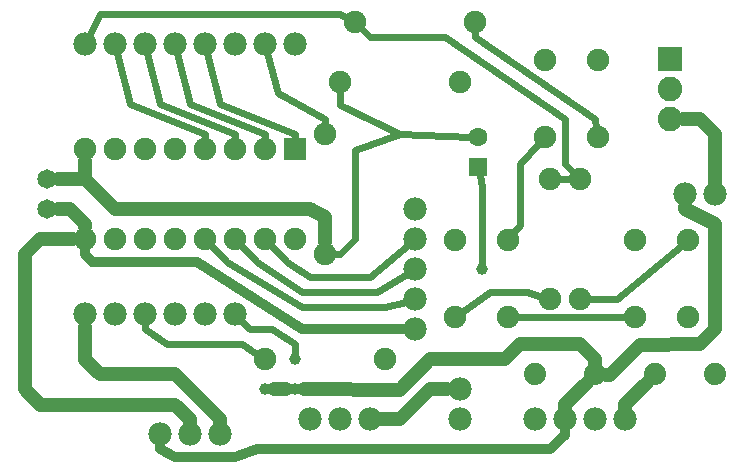
<source format=gtl>
G04 MADE WITH FRITZING*
G04 WWW.FRITZING.ORG*
G04 DOUBLE SIDED*
G04 HOLES PLATED*
G04 CONTOUR ON CENTER OF CONTOUR VECTOR*
%ASAXBY*%
%FSLAX23Y23*%
%MOIN*%
%OFA0B0*%
%SFA1.0B1.0*%
%ADD10C,0.039370*%
%ADD11C,0.082000*%
%ADD12C,0.062992*%
%ADD13C,0.075000*%
%ADD14C,0.078000*%
%ADD15C,0.074000*%
%ADD16C,0.065000*%
%ADD17R,0.082000X0.082000*%
%ADD18R,0.062992X0.062992*%
%ADD19R,0.075000X0.075000*%
%ADD20C,0.032000*%
%ADD21C,0.024000*%
%ADD22C,0.048000*%
%LNCOPPER1*%
G90*
G70*
G54D10*
X961Y361D03*
X1586Y661D03*
X861Y261D03*
X961Y261D03*
G54D11*
X2211Y1361D03*
X2211Y1261D03*
X2211Y1161D03*
G54D12*
X1571Y1003D03*
X1571Y1101D03*
X1571Y1003D03*
X1571Y1101D03*
G54D13*
X1971Y1103D03*
X1971Y1359D03*
X1794Y1103D03*
X1794Y1359D03*
X1971Y1103D03*
X1971Y1359D03*
X1794Y1103D03*
X1794Y1359D03*
X2271Y503D03*
X2271Y759D03*
X2094Y503D03*
X2094Y759D03*
X2271Y503D03*
X2271Y759D03*
X2094Y503D03*
X2094Y759D03*
X1671Y503D03*
X1671Y759D03*
X1494Y503D03*
X1494Y759D03*
X1671Y503D03*
X1671Y759D03*
X1494Y503D03*
X1494Y759D03*
X1161Y1486D03*
X1561Y1486D03*
X1811Y561D03*
X1811Y961D03*
X1911Y561D03*
X1911Y961D03*
X861Y361D03*
X1261Y361D03*
X1111Y1286D03*
X1511Y1286D03*
G54D14*
X1511Y161D03*
X1511Y261D03*
G54D13*
X1061Y711D03*
X1061Y1111D03*
G54D14*
X2261Y911D03*
X2361Y911D03*
X961Y1411D03*
X861Y1411D03*
X761Y1411D03*
X661Y1411D03*
X561Y1411D03*
X461Y1411D03*
X361Y1411D03*
X261Y1411D03*
X761Y511D03*
X661Y511D03*
X561Y511D03*
X461Y511D03*
X361Y511D03*
X261Y511D03*
G54D13*
X961Y1061D03*
X961Y761D03*
X861Y1061D03*
X861Y761D03*
X761Y1061D03*
X761Y761D03*
X661Y1061D03*
X661Y761D03*
X561Y1061D03*
X561Y761D03*
X461Y1061D03*
X461Y761D03*
X361Y1061D03*
X361Y761D03*
X261Y1061D03*
X261Y761D03*
G54D14*
X1761Y161D03*
X1861Y161D03*
X1961Y161D03*
X2061Y161D03*
X711Y111D03*
X611Y111D03*
X511Y111D03*
X1211Y161D03*
X1111Y161D03*
X1011Y161D03*
G54D15*
X2361Y311D03*
X2161Y311D03*
X2361Y311D03*
X2161Y311D03*
X1961Y311D03*
X1761Y311D03*
X1961Y311D03*
X1761Y311D03*
G54D14*
X1361Y861D03*
X1361Y761D03*
X1361Y661D03*
X1361Y561D03*
X1361Y461D03*
G54D16*
X136Y961D03*
X136Y861D03*
X136Y961D03*
X136Y861D03*
G54D17*
X2211Y1361D03*
G54D18*
X1571Y1003D03*
X1571Y1003D03*
G54D19*
X961Y1061D03*
G54D20*
X1860Y110D02*
X1810Y61D01*
D02*
X1810Y61D02*
X835Y61D01*
D02*
X511Y61D02*
X511Y75D01*
D02*
X835Y61D02*
X760Y36D01*
D02*
X760Y36D02*
X561Y36D01*
D02*
X561Y36D02*
X511Y61D01*
D02*
X1860Y125D02*
X1860Y110D01*
D02*
X985Y461D02*
X635Y686D01*
D02*
X635Y686D02*
X285Y686D01*
D02*
X285Y686D02*
X260Y711D01*
D02*
X260Y711D02*
X260Y727D01*
D02*
X1325Y461D02*
X985Y461D01*
G54D21*
D02*
X961Y411D02*
X886Y461D01*
D02*
X886Y461D02*
X811Y461D01*
D02*
X811Y461D02*
X782Y490D01*
D02*
X961Y380D02*
X961Y411D01*
D02*
X535Y411D02*
X461Y462D01*
D02*
X461Y462D02*
X461Y481D01*
D02*
X785Y411D02*
X535Y411D01*
D02*
X837Y377D02*
X785Y411D01*
D02*
X1160Y761D02*
X1110Y711D01*
D02*
X1110Y711D02*
X1089Y711D01*
D02*
X1160Y1060D02*
X1160Y761D01*
D02*
X1310Y1111D02*
X1160Y1060D01*
D02*
X1111Y1210D02*
X1310Y1111D01*
D02*
X1111Y1257D02*
X1111Y1210D01*
D02*
X1310Y1111D02*
X1111Y1210D01*
D02*
X1111Y1210D02*
X1111Y1257D01*
D02*
X1544Y1102D02*
X1310Y1111D01*
D02*
X1111Y1511D02*
X311Y1511D01*
D02*
X311Y1511D02*
X274Y1438D01*
D02*
X1135Y1499D02*
X1111Y1511D01*
D02*
X1260Y536D02*
X986Y536D01*
D02*
X735Y686D02*
X681Y741D01*
D02*
X986Y536D02*
X735Y686D01*
D02*
X1331Y554D02*
X1260Y536D01*
D02*
X1236Y586D02*
X986Y586D01*
D02*
X835Y686D02*
X781Y741D01*
D02*
X986Y586D02*
X835Y686D01*
D02*
X1335Y645D02*
X1236Y586D01*
D02*
X1210Y636D02*
X1010Y636D01*
D02*
X935Y686D02*
X881Y741D01*
D02*
X1010Y636D02*
X935Y686D01*
D02*
X1337Y742D02*
X1210Y636D01*
D02*
X1561Y1436D02*
X1561Y1457D01*
D02*
X1960Y1162D02*
X1561Y1436D01*
D02*
X1966Y1131D02*
X1960Y1162D01*
D02*
X1586Y936D02*
X1577Y976D01*
D02*
X1586Y680D02*
X1586Y936D01*
G54D22*
D02*
X931Y261D02*
X891Y261D01*
D02*
X1861Y211D02*
X1934Y284D01*
D02*
X1861Y202D02*
X1861Y211D01*
D02*
X1411Y362D02*
X1660Y362D01*
D02*
X1311Y260D02*
X1411Y362D01*
D02*
X1660Y362D02*
X1711Y411D01*
D02*
X1711Y411D02*
X1910Y411D01*
D02*
X1910Y411D02*
X1961Y362D01*
D02*
X1961Y362D02*
X1961Y349D01*
D02*
X991Y261D02*
X1311Y260D01*
G54D21*
D02*
X960Y1111D02*
X711Y1211D01*
D02*
X711Y1211D02*
X668Y1382D01*
D02*
X960Y1089D02*
X960Y1111D01*
D02*
X861Y1111D02*
X610Y1211D01*
D02*
X610Y1211D02*
X568Y1382D01*
D02*
X861Y1089D02*
X861Y1111D01*
D02*
X511Y1212D02*
X468Y1382D01*
D02*
X761Y1111D02*
X511Y1212D01*
D02*
X761Y1089D02*
X761Y1111D01*
D02*
X411Y1212D02*
X368Y1382D01*
D02*
X660Y1111D02*
X411Y1212D01*
D02*
X660Y1089D02*
X660Y1111D01*
D02*
X906Y1249D02*
X869Y1382D01*
D02*
X1061Y1161D02*
X906Y1249D01*
D02*
X1061Y1139D02*
X1061Y1161D01*
G54D22*
D02*
X1060Y836D02*
X1060Y751D01*
D02*
X1010Y861D02*
X1060Y836D01*
D02*
X360Y861D02*
X1010Y861D01*
D02*
X260Y961D02*
X360Y861D01*
D02*
X260Y1021D02*
X260Y961D01*
D02*
X2310Y1161D02*
X2361Y1111D01*
D02*
X2361Y1111D02*
X2361Y952D01*
D02*
X2254Y1161D02*
X2310Y1161D01*
D02*
X2110Y410D02*
X2310Y411D01*
D02*
X2011Y310D02*
X2110Y410D01*
D02*
X1999Y310D02*
X2011Y310D01*
D02*
X2310Y411D02*
X2361Y461D01*
D02*
X2361Y461D02*
X2361Y811D01*
D02*
X2361Y811D02*
X2261Y861D01*
D02*
X2261Y861D02*
X2261Y870D01*
D02*
X1311Y161D02*
X1252Y161D01*
D02*
X1412Y262D02*
X1311Y161D01*
D02*
X1469Y261D02*
X1412Y262D01*
D02*
X2060Y211D02*
X2060Y202D01*
D02*
X2134Y284D02*
X2060Y211D01*
D02*
X111Y210D02*
X560Y210D01*
D02*
X560Y210D02*
X610Y162D01*
D02*
X610Y162D02*
X610Y152D01*
D02*
X61Y261D02*
X111Y210D01*
D02*
X61Y711D02*
X61Y261D01*
D02*
X111Y761D02*
X61Y711D01*
D02*
X221Y761D02*
X111Y761D01*
D02*
X311Y311D02*
X261Y360D01*
D02*
X561Y311D02*
X311Y311D01*
D02*
X711Y162D02*
X561Y311D01*
D02*
X261Y360D02*
X261Y470D01*
D02*
X711Y152D02*
X711Y162D01*
G54D21*
D02*
X2065Y503D02*
X1699Y503D01*
D02*
X1710Y810D02*
X1710Y1011D01*
D02*
X1710Y1011D02*
X1774Y1081D01*
D02*
X1688Y781D02*
X1710Y810D01*
D02*
X2035Y561D02*
X1939Y561D01*
D02*
X2249Y740D02*
X2035Y561D01*
D02*
X1736Y586D02*
X1784Y570D01*
D02*
X1610Y586D02*
X1736Y586D01*
D02*
X1517Y519D02*
X1610Y586D01*
D02*
X1882Y961D02*
X1839Y961D01*
D02*
X1461Y1436D02*
X1211Y1436D01*
D02*
X1860Y1161D02*
X1461Y1436D01*
D02*
X1211Y1436D02*
X1181Y1466D01*
D02*
X1860Y1011D02*
X1860Y1161D01*
D02*
X1890Y981D02*
X1860Y1011D01*
G54D22*
D02*
X261Y962D02*
X172Y961D01*
D02*
X261Y1021D02*
X261Y962D01*
D02*
X260Y811D02*
X210Y861D01*
D02*
X210Y861D02*
X172Y861D01*
D02*
X260Y801D02*
X260Y811D01*
G04 End of Copper1*
M02*
</source>
